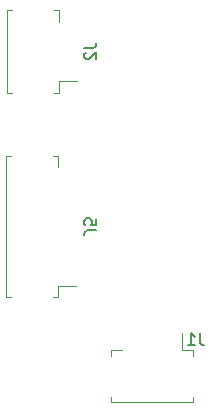
<source format=gbo>
G04 #@! TF.GenerationSoftware,KiCad,Pcbnew,(5.1.5)-3*
G04 #@! TF.CreationDate,2021-09-06T00:05:08-04:00*
G04 #@! TF.ProjectId,EPC611 LIDAR,45504336-3131-4204-9c49-4441522e6b69,rev?*
G04 #@! TF.SameCoordinates,Original*
G04 #@! TF.FileFunction,Legend,Bot*
G04 #@! TF.FilePolarity,Positive*
%FSLAX46Y46*%
G04 Gerber Fmt 4.6, Leading zero omitted, Abs format (unit mm)*
G04 Created by KiCad (PCBNEW (5.1.5)-3) date 2021-09-06 00:05:08*
%MOMM*%
%LPD*%
G04 APERTURE LIST*
%ADD10C,0.120000*%
%ADD11C,0.150000*%
G04 APERTURE END LIST*
D10*
X80190000Y-93815000D02*
X80640000Y-93815000D01*
X80190000Y-105785000D02*
X80190000Y-93815000D01*
X80640000Y-105785000D02*
X80190000Y-105785000D01*
X84610000Y-93815000D02*
X84610000Y-94765000D01*
X84160000Y-93815000D02*
X84610000Y-93815000D01*
X84610000Y-104835000D02*
X86100000Y-104835000D01*
X84610000Y-105785000D02*
X84610000Y-104835000D01*
X84160000Y-105785000D02*
X84610000Y-105785000D01*
X80290000Y-81515000D02*
X80740000Y-81515000D01*
X80290000Y-88485000D02*
X80290000Y-81515000D01*
X80740000Y-88485000D02*
X80290000Y-88485000D01*
X84710000Y-81515000D02*
X84710000Y-82465000D01*
X84260000Y-81515000D02*
X84710000Y-81515000D01*
X84710000Y-87535000D02*
X86200000Y-87535000D01*
X84710000Y-88485000D02*
X84710000Y-87535000D01*
X84260000Y-88485000D02*
X84710000Y-88485000D01*
X89115000Y-114710000D02*
X89115000Y-114260000D01*
X96085000Y-114710000D02*
X89115000Y-114710000D01*
X96085000Y-114260000D02*
X96085000Y-114710000D01*
X89115000Y-110290000D02*
X90065000Y-110290000D01*
X89115000Y-110740000D02*
X89115000Y-110290000D01*
X95135000Y-110290000D02*
X95135000Y-108800000D01*
X96085000Y-110290000D02*
X95135000Y-110290000D01*
X96085000Y-110740000D02*
X96085000Y-110290000D01*
D11*
X87847619Y-100133333D02*
X87133333Y-100133333D01*
X86990476Y-100180952D01*
X86895238Y-100276190D01*
X86847619Y-100419047D01*
X86847619Y-100514285D01*
X87847619Y-99180952D02*
X87847619Y-99657142D01*
X87371428Y-99704761D01*
X87419047Y-99657142D01*
X87466666Y-99561904D01*
X87466666Y-99323809D01*
X87419047Y-99228571D01*
X87371428Y-99180952D01*
X87276190Y-99133333D01*
X87038095Y-99133333D01*
X86942857Y-99180952D01*
X86895238Y-99228571D01*
X86847619Y-99323809D01*
X86847619Y-99561904D01*
X86895238Y-99657142D01*
X86942857Y-99704761D01*
X86852380Y-84666666D02*
X87566666Y-84666666D01*
X87709523Y-84619047D01*
X87804761Y-84523809D01*
X87852380Y-84380952D01*
X87852380Y-84285714D01*
X86947619Y-85095238D02*
X86900000Y-85142857D01*
X86852380Y-85238095D01*
X86852380Y-85476190D01*
X86900000Y-85571428D01*
X86947619Y-85619047D01*
X87042857Y-85666666D01*
X87138095Y-85666666D01*
X87280952Y-85619047D01*
X87852380Y-85047619D01*
X87852380Y-85666666D01*
X96633333Y-108852380D02*
X96633333Y-109566666D01*
X96680952Y-109709523D01*
X96776190Y-109804761D01*
X96919047Y-109852380D01*
X97014285Y-109852380D01*
X95633333Y-109852380D02*
X96204761Y-109852380D01*
X95919047Y-109852380D02*
X95919047Y-108852380D01*
X96014285Y-108995238D01*
X96109523Y-109090476D01*
X96204761Y-109138095D01*
M02*

</source>
